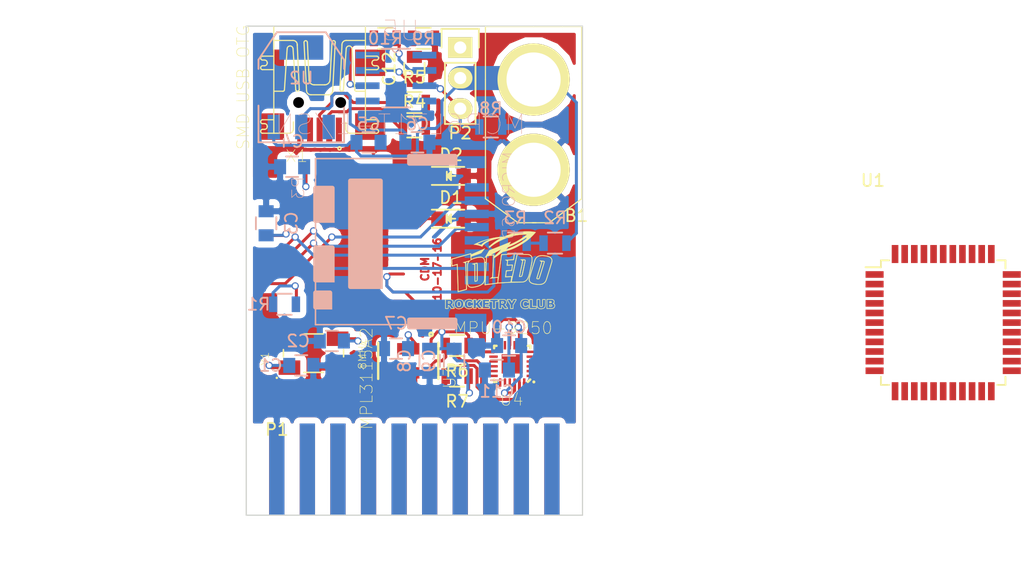
<source format=kicad_pcb>
(kicad_pcb (version 4) (host pcbnew 4.0.4+e1-6308~48~ubuntu16.04.1-stable)
  (layers (0 F.Cu signal) (31 B.Cu signal) (34 B.Paste user) (35 F.Paste user) (36 B.SilkS user) (37 F.SilkS user) (38 B.Mask user) (39 F.Mask user) (44 Edge.Cuts user))
  (net 0 "")
  (net 1 GND)
  (net 2 VCC)
  (net 3 "Net-(C1-Pad1)")
  (net 4 "Net-(C2-Pad1)")
  (net 5 "Net-(C3-Pad1)")
  (net 6 "Net-(C4-Pad1)")
  (net 7 VDD)
  (net 8 "Net-(C7-Pad1)")
  (net 9 "Net-(C11-Pad1)")
  (net 10 VCC_V_LED)
  (net 11 MCU_LED)
  (net 12 E1)
  (net 13 E2)
  (net 14 E3)
  (net 15 E4)
  (net 16 E5)
  (net 17 E6)
  (net 18 E7)
  (net 19 TX)
  (net 20 E9)
  (net 21 E10)
  (net 22 SCL)
  (net 23 SDA)
  (net 24 E8)
  (net 25 RX)
  (net 26 MOSI)
  (net 27 SCK)
  (net 28 RST)
  (net 29 MISO)
  (net 30 SERVO_PWM)
  (net 31 SERVO_S_V)
  (net 32 "Net-(P3-Pad8)")
  (net 33 SD_CS)
  (net 34 "Net-(P3-Pad1)")
  (net 35 VCC_V)
  (net 36 "Net-(R4-Pad1)")
  (net 37 USB_D-)
  (net 38 "Net-(R5-Pad1)")
  (net 39 USB_D+)
  (net 40 "Net-(R10-Pad2)")
  (net 41 SERVO_S_V_A)
  (net 42 "Net-(U1-Pad1)")
  (net 43 "Net-(U1-Pad12)")
  (net 44 "Net-(U1-Pad22)")
  (net 45 "Net-(U1-Pad25)")
  (net 46 "Net-(U1-Pad26)")
  (net 47 "Net-(U1-Pad27)")
  (net 48 "Net-(U1-Pad31)")
  (net 49 "Net-(U1-Pad32)")
  (net 50 "Net-(U3-Pad5)")
  (net 51 "Net-(U3-Pad6)")
  (net 52 "Net-(U4-Pad1)")
  (net 53 "Net-(U4-Pad7)")
  (net 54 "Net-(U4-Pad11)")
  (net 55 "Net-(U4-Pad12)")
  (net 56 "Net-(U4-Pad19)")
  (net 57 "Net-(U4-Pad20)")
  (net 58 "Net-(U4-Pad21)")
  (net 59 "Net-(U4-Pad25)")
  (net 60 "Net-(U5-Pad1)")
  (net 61 "Net-(U5-Pad5)")
  (net 62 "Net-(U5-Pad8)")
  (net 63 "Net-(X1-PadM1)")
  (net 64 "Net-(X1-Pad1)")
  (net 65 "Net-(X1-Pad4)")
  (module "UT ROCKETRY MOD:XT60" (layer F.Cu) (at 155.956 90.678 90)
    (fp_text reference B1 (at -3.81 3.556 180) (layer F.SilkS))
    (fp_text value CONN_01X02)
    (pad 2 thru_hole circle (at 0 0 90) (size 6 6) (drill 4.5) (layers *.Cu *.Mask F.SilkS) (net 1 GND))
    (pad 1 thru_hole circle (at 7.5 0 90) (size 6 6) (drill 4.5) (layers *.Cu *.Mask F.SilkS) (net 2 VCC))
  )
  (module Capacitors_SMD:C_0805 (layer B.Cu) (at 136.652 106.934)
    (fp_text reference C1 (at -2.54 0) (layer B.SilkS) (effects (justify mirror)))
    (fp_text value 33pF)
    (pad 1 smd rect (at -1 0) (size 1 1.25) (layers B.Cu B.Paste B.Mask) (net 3 "Net-(C1-Pad1)"))
    (pad 2 smd rect (at 1 0) (size 1 1.25) (layers B.Cu B.Paste B.Mask) (net 1 GND))
  )
  (module Capacitors_SMD:C_0805 (layer B.Cu) (at 139.192 104.902 180)
    (fp_text reference C2 (at 2.794 0 180) (layer B.SilkS) (effects (justify mirror)))
    (fp_text value 33pF)
    (pad 1 smd rect (at -1 0 180) (size 1 1.25) (layers B.Cu B.Paste B.Mask) (net 4 "Net-(C2-Pad1)"))
    (pad 2 smd rect (at 1 0 180) (size 1 1.25) (layers B.Cu B.Paste B.Mask) (net 1 GND))
  )
  (module Capacitors_SMD:C_0805 (layer B.Cu) (at 133.731 95.123 90)
    (fp_text reference C3 (at 0 2.1 90) (layer B.SilkS) (effects (justify mirror)))
    (fp_text value 1uF)
    (pad 1 smd rect (at -1 0 90) (size 1 1.25) (layers B.Cu B.Paste B.Mask) (net 5 "Net-(C3-Pad1)"))
    (pad 2 smd rect (at 1 0 90) (size 1 1.25) (layers B.Cu B.Paste B.Mask) (net 1 GND))
  )
  (module Capacitors_SMD:C_0805 (layer B.Cu) (at 135.89 90.424 180)
    (fp_text reference C4 (at 0 2.1 180) (layer B.SilkS) (effects (justify mirror)))
    (fp_text value .1uF)
    (pad 1 smd rect (at -1 0 180) (size 1 1.25) (layers B.Cu B.Paste B.Mask) (net 6 "Net-(C4-Pad1)"))
    (pad 2 smd rect (at 1 0 180) (size 1 1.25) (layers B.Cu B.Paste B.Mask) (net 1 GND))
  )
  (module Capacitors_SMD:C_0805 (layer B.Cu) (at 142.24 88.392)
    (fp_text reference C5 (at 0 -1.524) (layer B.SilkS) (effects (justify mirror)))
    (fp_text value 10uF)
    (pad 1 smd rect (at -1 0) (size 1 1.25) (layers B.Cu B.Paste B.Mask) (net 2 VCC))
    (pad 2 smd rect (at 1 0) (size 1 1.25) (layers B.Cu B.Paste B.Mask) (net 1 GND))
  )
  (module Capacitors_SMD:C_0805 (layer B.Cu) (at 146.304 88.392)
    (fp_text reference C6 (at 0 -1.524) (layer B.SilkS) (effects (justify mirror)))
    (fp_text value 22uF)
    (pad 1 smd rect (at -1 0) (size 1 1.25) (layers B.Cu B.Paste B.Mask) (net 7 VDD))
    (pad 2 smd rect (at 1 0) (size 1 1.25) (layers B.Cu B.Paste B.Mask) (net 1 GND))
  )
  (module Capacitors_SMD:C_0805 (layer B.Cu) (at 144.526 105.537 180)
    (fp_text reference C7 (at 0 2.1 180) (layer B.SilkS) (effects (justify mirror)))
    (fp_text value .1uF)
    (pad 1 smd rect (at -1 0 180) (size 1 1.25) (layers B.Cu B.Paste B.Mask) (net 8 "Net-(C7-Pad1)"))
    (pad 2 smd rect (at 1 0 180) (size 1 1.25) (layers B.Cu B.Paste B.Mask) (net 1 GND))
  )
  (module Capacitors_SMD:C_0805 (layer B.Cu) (at 147.32 106.553 270)
    (fp_text reference C8 (at 0 2.1 270) (layer B.SilkS) (effects (justify mirror)))
    (fp_text value .1uF)
    (pad 1 smd rect (at -1 0 270) (size 1 1.25) (layers B.Cu B.Paste B.Mask) (net 7 VDD))
    (pad 2 smd rect (at 1 0 270) (size 1 1.25) (layers B.Cu B.Paste B.Mask) (net 1 GND))
  )
  (module Capacitors_SMD:C_0805 (layer B.Cu) (at 149.352 106.553 270)
    (fp_text reference C9 (at 0 2.1 270) (layer B.SilkS) (effects (justify mirror)))
    (fp_text value 10uF)
    (pad 1 smd rect (at -1 0 270) (size 1 1.25) (layers B.Cu B.Paste B.Mask) (net 7 VDD))
    (pad 2 smd rect (at 1 0 270) (size 1 1.25) (layers B.Cu B.Paste B.Mask) (net 1 GND))
  )
  (module Capacitors_SMD:C_0805 (layer B.Cu) (at 153.924 105.283 180)
    (fp_text reference C10 (at 0 1.524 180) (layer B.SilkS) (effects (justify mirror)))
    (fp_text value .1uF)
    (pad 1 smd rect (at -1 0 180) (size 1 1.25) (layers B.Cu B.Paste B.Mask) (net 7 VDD))
    (pad 2 smd rect (at 1 0 180) (size 1 1.25) (layers B.Cu B.Paste B.Mask) (net 1 GND))
  )
  (module Capacitors_SMD:C_0805 (layer B.Cu) (at 152.908 107.315 180)
    (fp_text reference C11 (at 0 -1.778 180) (layer B.SilkS) (effects (justify mirror)))
    (fp_text value .1uF)
    (pad 1 smd rect (at -1 0 180) (size 1 1.25) (layers B.Cu B.Paste B.Mask) (net 9 "Net-(C11-Pad1)"))
    (pad 2 smd rect (at 1 0 180) (size 1 1.25) (layers B.Cu B.Paste B.Mask) (net 1 GND))
  )
  (module Capacitors_SMD:C_0805 (layer F.Cu) (at 146.05 82.296 90)
    (fp_text reference C12 (at 0 -2.1 90) (layer F.SilkS))
    (fp_text value .1uF)
    (pad 1 smd rect (at -1 0 90) (size 1 1.25) (layers F.Cu F.Paste F.Mask) (net 7 VDD))
    (pad 2 smd rect (at 1 0 90) (size 1 1.25) (layers F.Cu F.Paste F.Mask) (net 1 GND))
  )
  (module LEDs:LED_0805 (layer F.Cu) (at 149.098 94.742)
    (fp_text reference D1 (at 0 -1.75) (layer F.SilkS))
    (fp_text value LED_BLUE)
    (pad 2 smd rect (at 1.04902 0 180) (size 1.19888 1.19888) (layers F.Cu F.Paste F.Mask) (net 1 GND))
    (pad 1 smd rect (at -1.04902 0 180) (size 1.19888 1.19888) (layers F.Cu F.Paste F.Mask) (net 10 VCC_V_LED))
  )
  (module LEDs:LED_0805 (layer F.Cu) (at 149.098 91.186)
    (fp_text reference D2 (at 0 -1.75) (layer F.SilkS))
    (fp_text value LED_BLUE)
    (pad 2 smd rect (at 1.04902 0 180) (size 1.19888 1.19888) (layers F.Cu F.Paste F.Mask) (net 1 GND))
    (pad 1 smd rect (at -1.04902 0 180) (size 1.19888 1.19888) (layers F.Cu F.Paste F.Mask) (net 11 MCU_LED))
  )
  (module Pin_Headers:Pin_Header_Straight_1x03 (layer F.Cu) (at 149.86 80.518)
    (fp_text reference P2 (at 0 7.112) (layer F.SilkS))
    (fp_text value SERVO)
    (pad 1 thru_hole rect (at 0 0) (size 2.032 1.7272) (drill 1.016) (layers *.Cu *.Mask F.SilkS) (net 30 SERVO_PWM))
    (pad 2 thru_hole oval (at 0 2.54) (size 2.032 1.7272) (drill 1.016) (layers *.Cu *.Mask F.SilkS) (net 2 VCC))
    (pad 3 thru_hole oval (at 0 5.08) (size 2.032 1.7272) (drill 1.016) (layers *.Cu *.Mask F.SilkS) (net 31 SERVO_S_V))
  )
  (module "UT ROCKETRY MOD:HRS_DM3CS-SF" (layer B.Cu) (at 145.034 96.647 270)
    (fp_text reference P3 (at -4.46 8.635 270) (layer B.SilkS) (effects (font (thickness 0.05)) (justify mirror)))
    (fp_text value "MICRO SD" (at -3.825 -8.865 270) (layer B.SilkS) (effects (font (thickness 0.05)) (justify mirror)))
    (pad 8 smd rect (at -4.5 -6.2 270) (size 0.7 2) (layers B.Cu B.Paste B.Mask) (net 32 "Net-(P3-Pad8)"))
    (pad 7 smd rect (at -3.4 -6.2 270) (size 0.7 2) (layers B.Cu B.Paste B.Mask) (net 29 MISO))
    (pad 6 smd rect (at -2.3 -6.2 270) (size 0.7 2) (layers B.Cu B.Paste B.Mask) (net 1 GND))
    (pad 5 smd rect (at -1.2 -6.2 270) (size 0.7 2) (layers B.Cu B.Paste B.Mask) (net 27 SCK))
    (pad 4 smd rect (at -0.1 -6.2 270) (size 0.7 2) (layers B.Cu B.Paste B.Mask) (net 7 VDD))
    (pad 3 smd rect (at 1 -6.2 270) (size 0.7 2) (layers B.Cu B.Paste B.Mask) (net 26 MOSI))
    (pad 2 smd rect (at 2.1 -6.2 270) (size 0.7 2) (layers B.Cu B.Paste B.Mask) (net 33 SD_CS))
    (pad 1 smd rect (at 3.2 -6.2 270) (size 0.7 2) (layers B.Cu B.Paste B.Mask) (net 34 "Net-(P3-Pad1)"))
    (pad PAD. smd rect (at -6.6 -5.7 270) (size 1 2.6) (layers B.Cu B.Paste B.Mask))
    (pad PAD smd rect (at 6.75 -5.7 270) (size 1.5 2.6) (layers B.Cu B.Paste B.Mask))
  )
  (module Resistors_SMD:R_0805 (layer B.Cu) (at 135.255 101.854)
    (fp_text reference R1 (at -2.159 0) (layer B.SilkS) (effects (justify mirror)))
    (fp_text value 10K)
    (pad 1 smd rect (at -0.95 0) (size 0.7 1.3) (layers B.Cu B.Paste B.Mask) (net 28 RST))
    (pad 2 smd rect (at 0.95 0) (size 0.7 1.3) (layers B.Cu B.Paste B.Mask) (net 7 VDD))
  )
  (module Resistors_SMD:R_0805 (layer B.Cu) (at 157.734 96.774 180)
    (fp_text reference R2 (at 0 2.1 180) (layer B.SilkS) (effects (justify mirror)))
    (fp_text value 3K)
    (pad 1 smd rect (at -0.95 0 180) (size 0.7 1.3) (layers B.Cu B.Paste B.Mask) (net 2 VCC))
    (pad 2 smd rect (at 0.95 0 180) (size 0.7 1.3) (layers B.Cu B.Paste B.Mask) (net 35 VCC_V))
  )
  (module Resistors_SMD:R_0805 (layer B.Cu) (at 154.432 96.774 180)
    (fp_text reference R3 (at 0 2.1 180) (layer B.SilkS) (effects (justify mirror)))
    (fp_text value 1K)
    (pad 1 smd rect (at -0.95 0 180) (size 0.7 1.3) (layers B.Cu B.Paste B.Mask) (net 35 VCC_V))
    (pad 2 smd rect (at 0.95 0 180) (size 0.7 1.3) (layers B.Cu B.Paste B.Mask) (net 1 GND))
  )
  (module Resistors_SMD:R_0805 (layer F.Cu) (at 146.05 87.122)
    (fp_text reference R4 (at 0 -2.1) (layer F.SilkS))
    (fp_text value 22)
    (pad 1 smd rect (at -0.95 0) (size 0.7 1.3) (layers F.Cu F.Paste F.Mask) (net 36 "Net-(R4-Pad1)"))
    (pad 2 smd rect (at 0.95 0) (size 0.7 1.3) (layers F.Cu F.Paste F.Mask) (net 37 USB_D-))
  )
  (module Resistors_SMD:R_0805 (layer F.Cu) (at 146.05 85.09)
    (fp_text reference R5 (at 0 -2.1) (layer F.SilkS))
    (fp_text value 22)
    (pad 1 smd rect (at -0.95 0) (size 0.7 1.3) (layers F.Cu F.Paste F.Mask) (net 38 "Net-(R5-Pad1)"))
    (pad 2 smd rect (at 0.95 0) (size 0.7 1.3) (layers F.Cu F.Paste F.Mask) (net 39 USB_D+))
  )
  (module Resistors_SMD:R_0805 (layer F.Cu) (at 149.606 105.283 180)
    (fp_text reference R6 (at 0 -2.1 180) (layer F.SilkS))
    (fp_text value 10K)
    (pad 1 smd rect (at -0.95 0 180) (size 0.7 1.3) (layers F.Cu F.Paste F.Mask) (net 7 VDD))
    (pad 2 smd rect (at 0.95 0 180) (size 0.7 1.3) (layers F.Cu F.Paste F.Mask) (net 22 SCL))
  )
  (module Resistors_SMD:R_0805 (layer F.Cu) (at 149.606 107.823 180)
    (fp_text reference R7 (at 0 -2.1 180) (layer F.SilkS))
    (fp_text value 10K)
    (pad 1 smd rect (at -0.95 0 180) (size 0.7 1.3) (layers F.Cu F.Paste F.Mask) (net 7 VDD))
    (pad 2 smd rect (at 0.95 0 180) (size 0.7 1.3) (layers F.Cu F.Paste F.Mask) (net 23 SDA))
  )
  (module Resistors_SMD:R_0805 (layer B.Cu) (at 152.4 87.122)
    (fp_text reference R8 (at 0 -1.524) (layer B.SilkS) (effects (justify mirror)))
    (fp_text value .01)
    (pad 1 smd rect (at -0.95 0) (size 0.7 1.3) (layers B.Cu B.Paste B.Mask) (net 31 SERVO_S_V))
    (pad 2 smd rect (at 0.95 0) (size 0.7 1.3) (layers B.Cu B.Paste B.Mask) (net 1 GND))
  )
  (module Resistors_SMD:R_0805 (layer F.Cu) (at 146.812 79.756)
    (fp_text reference R9 (at 0 0) (layer B.SilkS) (effects (justify mirror)))
    (fp_text value 200)
    (pad 1 smd rect (at -0.95 0) (size 0.7 1.3) (layers F.Cu F.Paste F.Mask) (net 40 "Net-(R10-Pad2)"))
    (pad 2 smd rect (at 0.95 0) (size 0.7 1.3) (layers F.Cu F.Paste F.Mask) (net 1 GND))
  )
  (module Resistors_SMD:R_0805 (layer F.Cu) (at 143.637 79.756)
    (fp_text reference R10 (at 0 0) (layer B.SilkS) (effects (justify mirror)))
    (fp_text value 13K)
    (pad 1 smd rect (at -0.95 0) (size 0.7 1.3) (layers F.Cu F.Paste F.Mask) (net 41 SERVO_S_V_A))
    (pad 2 smd rect (at 0.95 0) (size 0.7 1.3) (layers F.Cu F.Paste F.Mask) (net 40 "Net-(R10-Pad2)"))
  )
  (module Housings_QFP:TQFP-44_10x10mm_Pitch0.8mm (layer F.Cu) (at 189.992 103.378)
    (fp_text reference U1 (at -5.842 -11.811) (layer F.SilkS))
    (fp_text value ATmega32U4)
    (pad 1 smd rect (at -5.7 -4) (size 1.5 0.55) (layers F.Cu F.Paste F.Mask) (net 42 "Net-(U1-Pad1)"))
    (pad 2 smd rect (at -5.7 -3.2) (size 1.5 0.55) (layers F.Cu F.Paste F.Mask) (net 7 VDD))
    (pad 3 smd rect (at -5.7 -2.4) (size 1.5 0.55) (layers F.Cu F.Paste F.Mask) (net 37 USB_D-))
    (pad 4 smd rect (at -5.7 -1.6) (size 1.5 0.55) (layers F.Cu F.Paste F.Mask) (net 39 USB_D+))
    (pad 5 smd rect (at -5.7 -0.8) (size 1.5 0.55) (layers F.Cu F.Paste F.Mask) (net 1 GND))
    (pad 6 smd rect (at -5.7 0) (size 1.5 0.55) (layers F.Cu F.Paste F.Mask) (net 5 "Net-(C3-Pad1)"))
    (pad 7 smd rect (at -5.7 0.8) (size 1.5 0.55) (layers F.Cu F.Paste F.Mask) (net 7 VDD))
    (pad 8 smd rect (at -5.7 1.6) (size 1.5 0.55) (layers F.Cu F.Paste F.Mask) (net 33 SD_CS))
    (pad 9 smd rect (at -5.7 2.4) (size 1.5 0.55) (layers F.Cu F.Paste F.Mask) (net 27 SCK))
    (pad 10 smd rect (at -5.7 3.2) (size 1.5 0.55) (layers F.Cu F.Paste F.Mask) (net 26 MOSI))
    (pad 11 smd rect (at -5.7 4) (size 1.5 0.55) (layers F.Cu F.Paste F.Mask) (net 29 MISO))
    (pad 12 smd rect (at -4 5.7 90) (size 1.5 0.55) (layers F.Cu F.Paste F.Mask) (net 43 "Net-(U1-Pad12)"))
    (pad 13 smd rect (at -3.2 5.7 90) (size 1.5 0.55) (layers F.Cu F.Paste F.Mask) (net 28 RST))
    (pad 14 smd rect (at -2.4 5.7 90) (size 1.5 0.55) (layers F.Cu F.Paste F.Mask) (net 7 VDD))
    (pad 15 smd rect (at -1.6 5.7 90) (size 1.5 0.55) (layers F.Cu F.Paste F.Mask) (net 1 GND))
    (pad 16 smd rect (at -0.8 5.7 90) (size 1.5 0.55) (layers F.Cu F.Paste F.Mask) (net 4 "Net-(C2-Pad1)"))
    (pad 17 smd rect (at 0 5.7 90) (size 1.5 0.55) (layers F.Cu F.Paste F.Mask) (net 3 "Net-(C1-Pad1)"))
    (pad 18 smd rect (at 0.8 5.7 90) (size 1.5 0.55) (layers F.Cu F.Paste F.Mask) (net 22 SCL))
    (pad 19 smd rect (at 1.6 5.7 90) (size 1.5 0.55) (layers F.Cu F.Paste F.Mask) (net 23 SDA))
    (pad 20 smd rect (at 2.4 5.7 90) (size 1.5 0.55) (layers F.Cu F.Paste F.Mask) (net 25 RX))
    (pad 21 smd rect (at 3.2 5.7 90) (size 1.5 0.55) (layers F.Cu F.Paste F.Mask) (net 19 TX))
    (pad 22 smd rect (at 4 5.7 90) (size 1.5 0.55) (layers F.Cu F.Paste F.Mask) (net 44 "Net-(U1-Pad22)"))
    (pad 23 smd rect (at 5.7 4) (size 1.5 0.55) (layers F.Cu F.Paste F.Mask) (net 1 GND))
    (pad 24 smd rect (at 5.7 3.2) (size 1.5 0.55) (layers F.Cu F.Paste F.Mask) (net 7 VDD))
    (pad 25 smd rect (at 5.7 2.4) (size 1.5 0.55) (layers F.Cu F.Paste F.Mask) (net 45 "Net-(U1-Pad25)"))
    (pad 26 smd rect (at 5.7 1.6) (size 1.5 0.55) (layers F.Cu F.Paste F.Mask) (net 46 "Net-(U1-Pad26)"))
    (pad 27 smd rect (at 5.7 0.8) (size 1.5 0.55) (layers F.Cu F.Paste F.Mask) (net 47 "Net-(U1-Pad27)"))
    (pad 28 smd rect (at 5.7 0) (size 1.5 0.55) (layers F.Cu F.Paste F.Mask) (net 30 SERVO_PWM))
    (pad 29 smd rect (at 5.7 -0.8) (size 1.5 0.55) (layers F.Cu F.Paste F.Mask) (net 10 VCC_V_LED))
    (pad 30 smd rect (at 5.7 -1.6) (size 1.5 0.55) (layers F.Cu F.Paste F.Mask) (net 11 MCU_LED))
    (pad 31 smd rect (at 5.7 -2.4) (size 1.5 0.55) (layers F.Cu F.Paste F.Mask) (net 48 "Net-(U1-Pad31)"))
    (pad 32 smd rect (at 5.7 -3.2) (size 1.5 0.55) (layers F.Cu F.Paste F.Mask) (net 49 "Net-(U1-Pad32)"))
    (pad 33 smd rect (at 5.7 -4) (size 1.5 0.55) (layers F.Cu F.Paste F.Mask) (net 1 GND))
    (pad 34 smd rect (at 4 -5.7 90) (size 1.5 0.55) (layers F.Cu F.Paste F.Mask) (net 7 VDD))
    (pad 35 smd rect (at 3.2 -5.7 90) (size 1.5 0.55) (layers F.Cu F.Paste F.Mask) (net 1 GND))
    (pad 36 smd rect (at 2.4 -5.7 90) (size 1.5 0.55) (layers F.Cu F.Paste F.Mask) (net 41 SERVO_S_V_A))
    (pad 37 smd rect (at 1.6 -5.7 90) (size 1.5 0.55) (layers F.Cu F.Paste F.Mask) (net 35 VCC_V))
    (pad 38 smd rect (at 0.8 -5.7 90) (size 1.5 0.55) (layers F.Cu F.Paste F.Mask) (net 15 E4))
    (pad 39 smd rect (at 0 -5.7 90) (size 1.5 0.55) (layers F.Cu F.Paste F.Mask) (net 14 E3))
    (pad 40 smd rect (at -0.8 -5.7 90) (size 1.5 0.55) (layers F.Cu F.Paste F.Mask) (net 13 E2))
    (pad 41 smd rect (at -1.6 -5.7 90) (size 1.5 0.55) (layers F.Cu F.Paste F.Mask) (net 12 E1))
    (pad 42 smd rect (at -2.4 -5.7 90) (size 1.5 0.55) (layers F.Cu F.Paste F.Mask) (net 6 "Net-(C4-Pad1)"))
    (pad 43 smd rect (at -3.2 -5.7 90) (size 1.5 0.55) (layers F.Cu F.Paste F.Mask) (net 1 GND))
    (pad 44 smd rect (at -4 -5.7 90) (size 1.5 0.55) (layers F.Cu F.Paste F.Mask) (net 7 VDD))
  )
  (module TO_SOT_Packages_SMD:SOT-223 (layer B.Cu) (at 136.652 83.82 180)
    (fp_text reference U2 (at 0 0.762 180) (layer B.SilkS) (effects (justify mirror)))
    (fp_text value AZ1117)
    (pad 4 smd rect (at 0 3.302 180) (size 3.6576 2.032) (layers B.Cu B.Paste B.Mask))
    (pad 2 smd rect (at 0 -3.302 180) (size 1.016 2.032) (layers B.Cu B.Paste B.Mask) (net 7 VDD))
    (pad 3 smd rect (at 2.286 -3.302 180) (size 1.016 2.032) (layers B.Cu B.Paste B.Mask) (net 2 VCC))
    (pad 1 smd rect (at -2.286 -3.302 180) (size 1.016 2.032) (layers B.Cu B.Paste B.Mask) (net 1 GND))
  )
  (module "UT ROCKETRY MOD:PSON125P300X500X120-8N" (layer F.Cu) (at 145.542 106.553 270)
    (fp_text reference U3 (at 1.34 -3.435 270) (layer F.SilkS) (effects (font (thickness 0.05))))
    (fp_text value MPL3115A2 (at 1.475 3.465 270) (layer F.SilkS) (effects (font (thickness 0.05))))
    (pad 1 smd rect (at -1 -1.875 270) (size 0.95 0.6) (layers F.Cu F.Paste F.Mask) (net 7 VDD))
    (pad 2 smd rect (at -1 -0.625 270) (size 0.95 0.6) (layers F.Cu F.Paste F.Mask) (net 8 "Net-(C7-Pad1)"))
    (pad 3 smd rect (at -1 0.625 270) (size 0.95 0.6) (layers F.Cu F.Paste F.Mask) (net 1 GND))
    (pad 4 smd rect (at -1 1.875 270) (size 0.95 0.6) (layers F.Cu F.Paste F.Mask) (net 7 VDD))
    (pad 5 smd rect (at 1 1.875 270) (size 0.95 0.6) (layers F.Cu F.Paste F.Mask) (net 50 "Net-(U3-Pad5)"))
    (pad 6 smd rect (at 1 0.625 270) (size 0.95 0.6) (layers F.Cu F.Paste F.Mask) (net 51 "Net-(U3-Pad6)"))
    (pad 7 smd rect (at 1 -0.625 270) (size 0.95 0.6) (layers F.Cu F.Paste F.Mask) (net 23 SDA))
    (pad 8 smd rect (at 1 -1.875 270) (size 0.95 0.6) (layers F.Cu F.Paste F.Mask) (net 22 SCL))
  )
  (module "UT ROCKETRY MOD:QFN40P300X300X105-25N" (layer F.Cu) (at 154.178 106.807 180)
    (fp_text reference U4 (at 0.04 -2.975 180) (layer F.SilkS) (effects (font (thickness 0.05))))
    (fp_text value MPU-9250 (at 0.745 2.975 180) (layer F.SilkS) (effects (font (thickness 0.05))))
    (pad 1 smd rect (at -1.55 -1 180) (size 0.7 0.2) (layers F.Cu F.Paste F.Mask) (net 52 "Net-(U4-Pad1)"))
    (pad 2 smd rect (at -1.55 -0.6 180) (size 0.7 0.2) (layers F.Cu F.Paste F.Mask))
    (pad 3 smd rect (at -1.55 -0.2 180) (size 0.7 0.2) (layers F.Cu F.Paste F.Mask))
    (pad 4 smd rect (at -1.55 0.2 180) (size 0.7 0.2) (layers F.Cu F.Paste F.Mask))
    (pad 5 smd rect (at -1.55 0.6 180) (size 0.7 0.2) (layers F.Cu F.Paste F.Mask))
    (pad 6 smd rect (at -1.55 1 180) (size 0.7 0.2) (layers F.Cu F.Paste F.Mask))
    (pad 7 smd rect (at -1 1.55 270) (size 0.7 0.2) (layers F.Cu F.Paste F.Mask) (net 53 "Net-(U4-Pad7)"))
    (pad 8 smd rect (at -0.6 1.55 270) (size 0.7 0.2) (layers F.Cu F.Paste F.Mask) (net 7 VDD))
    (pad 9 smd rect (at -0.2 1.55 270) (size 0.7 0.2) (layers F.Cu F.Paste F.Mask) (net 1 GND))
    (pad 10 smd rect (at 0.2 1.55 270) (size 0.7 0.2) (layers F.Cu F.Paste F.Mask) (net 9 "Net-(C11-Pad1)"))
    (pad 11 smd rect (at 0.6 1.55 270) (size 0.7 0.2) (layers F.Cu F.Paste F.Mask) (net 54 "Net-(U4-Pad11)"))
    (pad 12 smd rect (at 1 1.55 270) (size 0.7 0.2) (layers F.Cu F.Paste F.Mask) (net 55 "Net-(U4-Pad12)"))
    (pad 13 smd rect (at 1.55 1) (size 0.7 0.2) (layers F.Cu F.Paste F.Mask) (net 7 VDD))
    (pad 14 smd rect (at 1.55 0.6) (size 0.7 0.2) (layers F.Cu F.Paste F.Mask))
    (pad 15 smd rect (at 1.55 0.2) (size 0.7 0.2) (layers F.Cu F.Paste F.Mask))
    (pad 16 smd rect (at 1.55 -0.2) (size 0.7 0.2) (layers F.Cu F.Paste F.Mask))
    (pad 17 smd rect (at 1.55 -0.6) (size 0.7 0.2) (layers F.Cu F.Paste F.Mask))
    (pad 18 smd rect (at 1.55 -1) (size 0.7 0.2) (layers F.Cu F.Paste F.Mask) (net 1 GND))
    (pad 19 smd rect (at 1 -1.55 90) (size 0.7 0.2) (layers F.Cu F.Paste F.Mask) (net 56 "Net-(U4-Pad19)"))
    (pad 20 smd rect (at 0.6 -1.55 90) (size 0.7 0.2) (layers F.Cu F.Paste F.Mask) (net 57 "Net-(U4-Pad20)"))
    (pad 21 smd rect (at 0.2 -1.55 90) (size 0.7 0.2) (layers F.Cu F.Paste F.Mask) (net 58 "Net-(U4-Pad21)"))
    (pad 22 smd rect (at -0.2 -1.55 90) (size 0.7 0.2) (layers F.Cu F.Paste F.Mask) (net 7 VDD))
    (pad 23 smd rect (at -0.6 -1.55 90) (size 0.7 0.2) (layers F.Cu F.Paste F.Mask) (net 22 SCL))
    (pad 24 smd rect (at -1 -1.55 90) (size 0.7 0.2) (layers F.Cu F.Paste F.Mask) (net 23 SDA))
    (pad 25 smd rect (at 0 0 180) (size 1.75 1.6) (layers F.Cu F.Paste F.Mask) (net 59 "Net-(U4-Pad25)"))
  )
  (module "UT ROCKETRY MOD:SOIC127P600X175-8N" (layer B.Cu) (at 144.526 83.058 180)
    (fp_text reference U5 (at -0.3556 3.937 180) (layer B.SilkS) (effects (font (size 1.64 1.64) (thickness 0.05)) (justify mirror)))
    (fp_text value MCP6L71T-E/SN (at -0.3556 -3.8608 180) (layer B.SilkS) (effects (font (size 1.64 1.64) (thickness 0.05)) (justify mirror)))
    (pad 1 smd rect (at -2.3622 1.905 180) (size 1.9812 0.5588) (layers B.Cu B.Paste B.Mask) (net 60 "Net-(U5-Pad1)"))
    (pad 2 smd rect (at -2.3622 0.635 180) (size 1.9812 0.5588) (layers B.Cu B.Paste B.Mask) (net 40 "Net-(R10-Pad2)"))
    (pad 3 smd rect (at -2.3622 -0.635 180) (size 1.9812 0.5588) (layers B.Cu B.Paste B.Mask) (net 31 SERVO_S_V))
    (pad 4 smd rect (at -2.3622 -1.905 180) (size 1.9812 0.5588) (layers B.Cu B.Paste B.Mask) (net 1 GND))
    (pad 5 smd rect (at 2.3622 -1.905 180) (size 1.9812 0.5588) (layers B.Cu B.Paste B.Mask) (net 61 "Net-(U5-Pad5)"))
    (pad 6 smd rect (at 2.3622 -0.635 180) (size 1.9812 0.5588) (layers B.Cu B.Paste B.Mask) (net 41 SERVO_S_V_A))
    (pad 7 smd rect (at 2.3622 0.635 180) (size 1.9812 0.5588) (layers B.Cu B.Paste B.Mask) (net 7 VDD))
    (pad 8 smd rect (at 2.3622 1.905 180) (size 1.9812 0.5588) (layers B.Cu B.Paste B.Mask) (net 62 "Net-(U5-Pad8)"))
  )
  (module "UT ROCKETRY MOD:UX60-MB-5ST" (layer F.Cu) (at 138.176 87.63 180)
    (fp_text reference X1 (at 1.905 -1.905 180) (layer F.SilkS) (effects (font (thickness 0.05))))
    (fp_text value "SMD USB OTG" (at 6.35 3.81 270) (layer F.SilkS) (effects (font (thickness 0.05))))
    (pad M3 smd rect (at -4.2 0.54 270) (size 2.2 2.5) (layers F.Cu F.Paste F.Mask) (net 63 "Net-(X1-PadM1)"))
    (pad M4 smd rect (at 4.2 0.54 270) (size 2.2 2.5) (layers F.Cu F.Paste F.Mask) (net 63 "Net-(X1-PadM1)"))
    (pad M2 smd rect (at -4.2 5.84 270) (size 2.2 2.5) (layers F.Cu F.Paste F.Mask) (net 63 "Net-(X1-PadM1)"))
    (pad M1 smd rect (at 4.2 5.84 270) (size 2.2 2.5) (layers F.Cu F.Paste F.Mask) (net 63 "Net-(X1-PadM1)"))
    (pad 1 smd rect (at -1.6 0.29 270) (size 2 0.5) (layers F.Cu F.Paste F.Mask) (net 64 "Net-(X1-Pad1)"))
    (pad 2 smd rect (at -0.8 0.29 270) (size 2 0.5) (layers F.Cu F.Paste F.Mask) (net 36 "Net-(R4-Pad1)"))
    (pad 3 smd rect (at 0 0.29 270) (size 2 0.5) (layers F.Cu F.Paste F.Mask) (net 38 "Net-(R5-Pad1)"))
    (pad 4 smd rect (at 0.8 0.29 270) (size 2 0.5) (layers F.Cu F.Paste F.Mask) (net 65 "Net-(X1-Pad4)"))
    (pad 5 smd rect (at 1.6 0.29 270) (size 2 0.5) (layers F.Cu F.Paste F.Mask) (net 1 GND))
    (pad Hole np_thru_hole circle (at -1.75 2.54 180) (size 0.9 0.9) (drill 0.9) (layers))
    (pad Hole np_thru_hole circle (at 1.75 2.54 180) (size 0.9 0.9) (drill 0.9) (layers))
  )
  (module "UT ROCKETRY MOD:OSCSC500X320X110-4N" (layer F.Cu) (at 137.668 105.918 90)
    (fp_text reference Y1 (at -0.4544 -4.0264 90) (layer F.SilkS) (effects (font (size 0.64 0.64) (thickness 0.05))))
    (fp_text value 8MHZ (at -0.048 4.0636 90) (layer F.SilkS) (effects (font (size 0.64 0.64) (thickness 0.05))))
    (pad 4 smd rect (at 1.2 -2) (size 1.8 1.2) (layers F.Cu F.Paste F.Mask) (net 1 GND))
    (pad 3 smd rect (at 1.2 2) (size 1.8 1.2) (layers F.Cu F.Paste F.Mask) (net 4 "Net-(C2-Pad1)"))
    (pad 2 smd rect (at -1.2 2) (size 1.8 1.2) (layers F.Cu F.Paste F.Mask) (net 1 GND))
    (pad 1 smd rect (at -1.2 -2) (size 1.8 1.2) (layers F.Cu F.Paste F.Mask) (net 3 "Net-(C1-Pad1)"))
  )
  (module "UT ROCKETRY MOD:UT LOGO" (layer F.Cu) (at 153.162 99.568)
    (fp_text reference G*** hide)
    (fp_text value LOGO hide)
  )
  (module "UT ROCKETRY MOD:Card Edge 2x10 B" (layer F.Cu) (at 134.62 111.76)
    (fp_text reference P1 (at 0 0.5) (layer F.SilkS))
    (fp_text value CONN_02X10)
    (pad 2 connect rect (at 0 3.81) (size 1.27 7.62) (layers B.Cu B.Mask) (net 1 GND))
    (pad 4 connect rect (at 2.54 3.81) (size 1.27 7.62) (layers B.Cu B.Mask) (net 28 RST))
    (pad 6 connect rect (at 5.08 3.81) (size 1.27 7.62) (layers B.Cu B.Mask) (net 26 MOSI))
    (pad 8 connect rect (at 7.62 3.81) (size 1.27 7.62) (layers B.Cu B.Mask) (net 19 TX))
    (pad 10 connect rect (at 10.16 3.81) (size 1.27 7.62) (layers B.Cu B.Mask) (net 22 SCL))
    (pad 12 connect rect (at 12.7 3.81) (size 1.27 7.62) (layers B.Cu B.Mask) (net 13 E2))
    (pad 14 connect rect (at 15.24 3.81) (size 1.27 7.62) (layers B.Cu B.Mask) (net 15 E4))
    (pad 16 connect rect (at 17.78 3.81) (size 1.27 7.62) (layers B.Cu B.Mask) (net 17 E6))
    (pad 18 connect rect (at 20.32 3.81) (size 1.27 7.62) (layers B.Cu B.Mask) (net 24 E8))
    (pad 20 connect rect (at 22.86 3.81) (size 1.27 7.62) (layers *.Mask B.Cu) (net 21 E10))
    (pad 19 connect rect (at 22.86 3.81) (size 1.27 7.62) (layers F.Cu F.Mask) (net 20 E9))
    (pad 17 connect rect (at 20.32 3.81) (size 1.27 7.62) (layers F.Cu F.Mask) (net 18 E7))
    (pad 15 connect rect (at 17.78 3.81) (size 1.27 7.62) (layers F.Cu F.Mask) (net 16 E5))
    (pad 13 connect rect (at 15.24 3.81) (size 1.27 7.62) (layers F.Cu F.Mask) (net 14 E3))
    (pad 11 connect rect (at 12.7 3.81) (size 1.27 7.62) (layers F.Cu F.Mask) (net 12 E1))
    (pad 9 connect rect (at 10.16 3.81) (size 1.27 7.62) (layers F.Cu F.Mask) (net 23 SDA))
    (pad 7 connect rect (at 7.62 3.81) (size 1.27 7.62) (layers F.Cu F.Mask) (net 25 RX))
    (pad 5 connect rect (at 5.08 3.81) (size 1.27 7.62) (layers F.Cu F.Mask) (net 27 SCK))
    (pad 3 connect rect (at 2.54 3.81) (size 1.27 7.62) (layers F.Cu F.Mask) (net 29 MISO))
    (pad 1 connect rect (at 0 3.81) (size 1.27 7.62) (layers F.Cu F.Mask) (net 7 VDD))
  )
  (gr_text "CDM\n10-17-16" (at 147.447 98.933 90) (layer F.Cu) (effects (font (size 0.635 0.635) (thickness 0.15875))))
  (gr_line (start 132.08 119.38) (end 160.02 119.38) (angle 90) (layer Edge.Cuts) (width 0.1))
  (gr_line (start 160.02 78.74) (end 160.02 119.38) (angle 90) (layer Edge.Cuts) (width 0.1))
  (gr_line (start 132.08 78.74) (end 132.08 119.38) (angle 90) (layer Edge.Cuts) (width 0.1))
  (gr_line (start 132.08 78.74) (end 160.02 78.74) (angle 90) (layer Edge.Cuts) (width 0.1))
  (segment (start 149.86 83.058) (end 149.86 83.439) (width 0.25) (layer B.Cu) (net 2))
  (segment (start 149.86 83.439) (end 148.336 84.963) (width 0.25) (layer B.Cu) (net 2))
  (segment (start 141.24 89.17) (end 141.24 88.392) (width 0.25) (layer B.Cu) (net 2))
  (segment (start 141.605 89.535) (end 141.24 89.17) (width 0.25) (layer B.Cu) (net 2))
  (segment (start 145.923 89.535) (end 141.605 89.535) (width 0.25) (layer B.Cu) (net 2))
  (segment (start 146.304 89.154) (end 145.923 89.535) (width 0.25) (layer B.Cu) (net 2))
  (segment (start 146.304 87.63) (end 146.304 89.154) (width 0.25) (layer B.Cu) (net 2))
  (segment (start 146.685 87.249) (end 146.304 87.63) (width 0.25) (layer B.Cu) (net 2))
  (segment (start 147.828 87.249) (end 146.685 87.249) (width 0.25) (layer B.Cu) (net 2))
  (segment (start 148.336 86.741) (end 147.828 87.249) (width 0.25) (layer B.Cu) (net 2))
  (segment (start 148.336 84.963) (end 148.336 86.741) (width 0.25) (layer B.Cu) (net 2))
  (segment (start 155.956 83.178) (end 157.6 83.178) (width 0.25) (layer B.Cu) (net 2))
  (segment (start 157.6 83.178) (end 159.512 85.09) (width 0.25) (layer B.Cu) (net 2))
  (segment (start 159.512 95.946) (end 158.684 96.774) (width 0.25) (layer B.Cu) (net 2))
  (segment (start 159.512 85.09) (end 159.512 95.946) (width 0.25) (layer B.Cu) (net 2))
  (segment (start 149.86 83.058) (end 155.836 83.058) (width 2) (layer B.Cu) (net 2))
  (segment (start 155.836 83.058) (end 155.956 83.178) (width 2) (layer B.Cu) (net 2))
  (segment (start 141.24 88.392) (end 140.716 88.392) (width 0.25) (layer B.Cu) (net 2))
  (segment (start 134.366 88.392) (end 134.366 87.122) (width 0.25) (layer B.Cu) (net 2))
  (segment (start 134.62 88.646) (end 134.366 88.392) (width 0.25) (layer B.Cu) (net 2))
  (segment (start 140.462 88.646) (end 134.62 88.646) (width 0.25) (layer B.Cu) (net 2))
  (segment (start 140.716 88.392) (end 140.462 88.646) (width 0.25) (layer B.Cu) (net 2))
  (segment (start 135.668 107.118) (end 134.169 107.118) (width 0.25) (layer F.Cu) (net 3))
  (segment (start 133.985 106.934) (end 135.652 106.934) (width 0.25) (layer B.Cu) (net 3))
  (via (at 133.985 106.934) (size 0.6) (drill 0.4) (layers F.Cu B.Cu) (net 3))
  (segment (start 134.169 107.118) (end 133.985 106.934) (width 0.25) (layer F.Cu) (net 3))
  (segment (start 139.668 104.718) (end 141.167 104.718) (width 0.25) (layer F.Cu) (net 4))
  (segment (start 141.351 104.902) (end 140.192 104.902) (width 0.25) (layer B.Cu) (net 4))
  (via (at 141.351 104.902) (size 0.6) (drill 0.4) (layers F.Cu B.Cu) (net 4))
  (segment (start 141.167 104.718) (end 141.351 104.902) (width 0.25) (layer F.Cu) (net 4))
  (segment (start 133.746 96.139) (end 135.255 96.139) (width 0.25) (layer F.Cu) (net 5))
  (segment (start 135.271 96.123) (end 133.731 96.123) (width 0.25) (layer B.Cu) (net 5))
  (segment (start 135.382 96.012) (end 135.271 96.123) (width 0.25) (layer B.Cu) (net 5))
  (via (at 135.382 96.012) (size 0.6) (drill 0.4) (layers F.Cu B.Cu) (net 5))
  (segment (start 135.255 96.139) (end 135.382 96.012) (width 0.25) (layer F.Cu) (net 5))
  (segment (start 137.046 90.439) (end 137.046 92.062) (width 0.25) (layer F.Cu) (net 6))
  (segment (start 136.89 91.932) (end 136.89 90.424) (width 0.25) (layer B.Cu) (net 6))
  (segment (start 137.033 92.075) (end 136.89 91.932) (width 0.25) (layer B.Cu) (net 6))
  (via (at 137.033 92.075) (size 0.6) (drill 0.4) (layers F.Cu B.Cu) (net 6))
  (segment (start 137.046 92.062) (end 137.033 92.075) (width 0.25) (layer F.Cu) (net 6))
  (segment (start 143.764 99.568) (end 143.764 100.33) (width 0.25) (layer F.Cu) (net 7))
  (segment (start 148.336 103.886) (end 148.336 104.14) (width 0.25) (layer F.Cu) (net 7))
  (segment (start 145.288 100.838) (end 148.336 103.886) (width 0.25) (layer F.Cu) (net 7))
  (segment (start 144.78 100.838) (end 145.288 100.838) (width 0.25) (layer F.Cu) (net 7))
  (segment (start 144.272 100.838) (end 144.78 100.838) (width 0.25) (layer F.Cu) (net 7))
  (segment (start 143.764 100.33) (end 144.272 100.838) (width 0.25) (layer F.Cu) (net 7))
  (segment (start 143.993 99.339) (end 145.146 99.339) (width 0.25) (layer F.Cu) (net 7))
  (segment (start 152.628 105.807) (end 152.628 103.912) (width 0.25) (layer F.Cu) (net 7))
  (segment (start 154.686 103.378) (end 154.686 103.759) (width 0.25) (layer F.Cu) (net 7))
  (segment (start 154.432 103.124) (end 154.686 103.378) (width 0.25) (layer F.Cu) (net 7))
  (segment (start 153.416 103.124) (end 154.432 103.124) (width 0.25) (layer F.Cu) (net 7))
  (segment (start 152.628 103.912) (end 153.416 103.124) (width 0.25) (layer F.Cu) (net 7))
  (segment (start 148.336 104.14) (end 150.241 104.14) (width 0.25) (layer F.Cu) (net 7))
  (segment (start 150.241 104.14) (end 150.556 104.455) (width 0.25) (layer F.Cu) (net 7))
  (segment (start 150.556 104.455) (end 150.556 105.283) (width 0.25) (layer F.Cu) (net 7))
  (segment (start 147.417 105.44) (end 147.447 104.775) (width 0.25) (layer F.Cu) (net 7))
  (segment (start 147.955 104.14) (end 148.336 104.14) (width 0.25) (layer F.Cu) (net 7))
  (segment (start 147.447 104.775) (end 147.955 104.14) (width 0.25) (layer F.Cu) (net 7))
  (segment (start 148.336 104.14) (end 148.336 105.537) (width 0.25) (layer B.Cu) (net 7))
  (via (at 148.336 104.14) (size 0.6) (drill 0.4) (layers F.Cu B.Cu) (net 7))
  (segment (start 152.628 105.807) (end 151.654 105.807) (width 0.25) (layer F.Cu) (net 7))
  (segment (start 151.654 105.807) (end 151.13 105.283) (width 0.25) (layer F.Cu) (net 7))
  (segment (start 151.13 105.283) (end 150.556 105.283) (width 0.25) (layer F.Cu) (net 7))
  (segment (start 150.556 107.823) (end 150.556 109.154) (width 0.25) (layer F.Cu) (net 7))
  (segment (start 149.352 106.299) (end 149.352 105.553) (width 0.25) (layer B.Cu) (net 7))
  (segment (start 149.606 106.553) (end 149.352 106.299) (width 0.25) (layer B.Cu) (net 7))
  (segment (start 150.114 106.553) (end 149.606 106.553) (width 0.25) (layer B.Cu) (net 7))
  (segment (start 150.495 106.934) (end 150.114 106.553) (width 0.25) (layer B.Cu) (net 7))
  (segment (start 150.495 109.093) (end 150.495 106.934) (width 0.25) (layer B.Cu) (net 7))
  (segment (start 150.622 109.22) (end 150.495 109.093) (width 0.25) (layer B.Cu) (net 7))
  (via (at 150.622 109.22) (size 0.6) (drill 0.4) (layers F.Cu B.Cu) (net 7))
  (segment (start 150.556 109.154) (end 150.622 109.22) (width 0.25) (layer F.Cu) (net 7))
  (segment (start 149.352 105.156) (end 149.352 105.553) (width 0.25) (layer B.Cu) (net 7))
  (segment (start 154.924 105.283) (end 154.924 107.839) (width 0.25) (layer B.Cu) (net 7))
  (segment (start 154.378 109.02) (end 154.178 109.22) (width 0.25) (layer F.Cu) (net 7))
  (segment (start 154.178 109.22) (end 153.543 109.22) (width 0.25) (layer F.Cu) (net 7))
  (via (at 153.543 109.22) (size 0.6) (drill 0.4) (layers F.Cu B.Cu) (net 7))
  (segment (start 154.378 109.02) (end 154.378 108.357) (width 0.25) (layer F.Cu) (net 7))
  (segment (start 154.924 107.839) (end 153.543 109.22) (width 0.25) (layer B.Cu) (net 7))
  (segment (start 136.652 87.122) (end 136.652 86.36) (width 0.25) (layer B.Cu) (net 7))
  (segment (start 136.652 86.36) (end 137.414 85.598) (width 0.25) (layer B.Cu) (net 7))
  (segment (start 137.414 85.598) (end 138.938 85.598) (width 0.25) (layer B.Cu) (net 7))
  (segment (start 138.938 85.598) (end 139.192 85.344) (width 0.25) (layer B.Cu) (net 7))
  (segment (start 139.192 85.344) (end 139.192 84.582) (width 0.25) (layer B.Cu) (net 7))
  (segment (start 139.192 84.582) (end 139.446 84.328) (width 0.25) (layer B.Cu) (net 7))
  (segment (start 139.446 84.328) (end 140.462 84.328) (width 0.25) (layer B.Cu) (net 7))
  (segment (start 140.462 84.328) (end 140.716 84.582) (width 0.25) (layer B.Cu) (net 7))
  (segment (start 140.716 84.582) (end 140.716 86.868) (width 0.25) (layer B.Cu) (net 7))
  (segment (start 140.716 86.868) (end 141.478 87.376) (width 0.25) (layer B.Cu) (net 7))
  (segment (start 141.478 87.376) (end 145.034 87.376) (width 0.25) (layer B.Cu) (net 7))
  (segment (start 145.034 87.376) (end 145.304 87.646) (width 0.25) (layer B.Cu) (net 7))
  (segment (start 145.304 87.646) (end 145.304 88.392) (width 0.25) (layer B.Cu) (net 7))
  (segment (start 146.05 83.296) (end 145.526 83.296) (width 0.25) (layer F.Cu) (net 7))
  (segment (start 145.526 83.296) (end 144.78 82.55) (width 0.25) (layer F.Cu) (net 7))
  (via (at 144.78 82.55) (size 0.6) (drill 0.4) (layers F.Cu B.Cu) (net 7))
  (segment (start 144.78 82.55) (end 144.653 82.423) (width 0.25) (layer B.Cu) (net 7))
  (segment (start 144.653 82.423) (end 142.1638 82.423) (width 0.25) (layer B.Cu) (net 7))
  (segment (start 148.336 105.537) (end 149.336 105.537) (width 0.25) (layer B.Cu) (net 7))
  (segment (start 149.336 105.537) (end 149.352 105.553) (width 0.25) (layer B.Cu) (net 7))
  (segment (start 147.417 105.553) (end 147.417 105.44) (width 0.25) (layer F.Cu) (net 7))
  (segment (start 148.336 105.537) (end 148.32 105.553) (width 0.25) (layer B.Cu) (net 7))
  (segment (start 148.32 105.553) (end 147.32 105.553) (width 0.25) (layer B.Cu) (net 7))
  (segment (start 154.778 105.257) (end 154.778 103.851) (width 0.25) (layer F.Cu) (net 7))
  (segment (start 154.778 103.851) (end 154.686 103.759) (width 0.25) (layer F.Cu) (net 7))
  (via (at 154.686 103.759) (size 0.6) (drill 0.4) (layers F.Cu B.Cu) (net 7))
  (segment (start 154.924 103.997) (end 154.924 105.283) (width 0.25) (layer B.Cu) (net 7))
  (segment (start 154.686 103.759) (end 154.924 103.997) (width 0.25) (layer B.Cu) (net 7))
  (segment (start 143.764 99.568) (end 143.993 99.339) (width 0.25) (layer F.Cu) (net 7))
  (segment (start 151.107 96.674) (end 151.792 96.674) (width 0.25) (layer B.Cu) (net 7))
  (segment (start 151.792 96.674) (end 152.654 97.536) (width 0.25) (layer B.Cu) (net 7))
  (segment (start 152.654 97.536) (end 152.654 100.33) (width 0.25) (layer B.Cu) (net 7))
  (segment (start 152.654 100.33) (end 152.146 100.838) (width 0.25) (layer B.Cu) (net 7))
  (segment (start 152.146 100.838) (end 144.272 100.838) (width 0.25) (layer B.Cu) (net 7))
  (segment (start 144.272 100.838) (end 143.764 100.33) (width 0.25) (layer B.Cu) (net 7))
  (segment (start 143.764 100.33) (end 143.764 99.568) (width 0.25) (layer B.Cu) (net 7))
  (via (at 143.764 99.568) (size 0.6) (drill 0.4) (layers F.Cu B.Cu) (net 7))
  (segment (start 146.167 105.553) (end 146.167 105.146) (width 0.25) (layer F.Cu) (net 8))
  (segment (start 146.167 105.146) (end 145.542 104.394) (width 0.25) (layer F.Cu) (net 8))
  (via (at 145.542 104.394) (size 0.6) (drill 0.4) (layers F.Cu B.Cu) (net 8))
  (segment (start 145.542 104.394) (end 145.526 104.41) (width 0.25) (layer B.Cu) (net 8))
  (segment (start 145.526 104.41) (end 145.526 105.537) (width 0.25) (layer B.Cu) (net 8))
  (segment (start 153.978 105.257) (end 153.978 103.813) (width 0.25) (layer F.Cu) (net 9))
  (segment (start 153.908 103.775) (end 153.908 107.315) (width 0.25) (layer B.Cu) (net 9))
  (segment (start 153.924 103.759) (end 153.908 103.775) (width 0.25) (layer B.Cu) (net 9))
  (via (at 153.924 103.759) (size 0.6) (drill 0.4) (layers F.Cu B.Cu) (net 9))
  (segment (start 153.978 103.813) (end 153.924 103.759) (width 0.25) (layer F.Cu) (net 9))
  (segment (start 145.146 95.339) (end 146.469 95.339) (width 0.25) (layer F.Cu) (net 10))
  (segment (start 147.066 94.742) (end 148.04898 94.742) (width 0.25) (layer F.Cu) (net 10))
  (segment (start 146.469 95.339) (end 147.066 94.742) (width 0.25) (layer F.Cu) (net 10))
  (segment (start 145.146 94.539) (end 145.999 94.539) (width 0.25) (layer F.Cu) (net 11))
  (segment (start 147.32 91.186) (end 148.04898 91.186) (width 0.25) (layer F.Cu) (net 11))
  (segment (start 147.066 91.44) (end 147.32 91.186) (width 0.25) (layer F.Cu) (net 11))
  (segment (start 147.066 93.472) (end 147.066 91.44) (width 0.25) (layer F.Cu) (net 11))
  (segment (start 145.999 94.539) (end 147.066 93.472) (width 0.25) (layer F.Cu) (net 11))
  (segment (start 148.656 105.283) (end 149.352 105.283) (width 0.25) (layer F.Cu) (net 22))
  (segment (start 154.778 109.255) (end 154.778 108.357) (width 0.25) (layer F.Cu) (net 22))
  (segment (start 154.274002 109.758998) (end 154.778 109.255) (width 0.25) (layer F.Cu) (net 22))
  (segment (start 152.938998 109.758998) (end 154.274002 109.758998) (width 0.25) (layer F.Cu) (net 22))
  (segment (start 151.638 108.458) (end 152.938998 109.758998) (width 0.25) (layer F.Cu) (net 22))
  (segment (start 151.638 106.934) (end 151.638 108.458) (width 0.25) (layer F.Cu) (net 22))
  (segment (start 151.257 106.553) (end 151.638 106.934) (width 0.25) (layer F.Cu) (net 22))
  (segment (start 149.987 106.553) (end 151.257 106.553) (width 0.25) (layer F.Cu) (net 22))
  (segment (start 149.606 106.172) (end 149.987 106.553) (width 0.25) (layer F.Cu) (net 22))
  (segment (start 149.606 105.537) (end 149.606 106.172) (width 0.25) (layer F.Cu) (net 22))
  (segment (start 149.352 105.283) (end 149.606 105.537) (width 0.25) (layer F.Cu) (net 22))
  (segment (start 147.417 107.553) (end 147.417 106.964) (width 0.25) (layer F.Cu) (net 22))
  (segment (start 148.656 106.233) (end 148.656 105.283) (width 0.25) (layer F.Cu) (net 22))
  (segment (start 148.336 106.553) (end 148.656 106.233) (width 0.25) (layer F.Cu) (net 22))
  (segment (start 147.828 106.553) (end 148.336 106.553) (width 0.25) (layer F.Cu) (net 22))
  (segment (start 147.417 106.964) (end 147.828 106.553) (width 0.25) (layer F.Cu) (net 22))
  (segment (start 148.656 107.823) (end 149.352 107.823) (width 0.25) (layer F.Cu) (net 23))
  (segment (start 155.178 109.49) (end 155.178 108.357) (width 0.25) (layer F.Cu) (net 23))
  (segment (start 154.432 110.236) (end 155.178 109.49) (width 0.25) (layer F.Cu) (net 23))
  (segment (start 152.781 110.236) (end 154.432 110.236) (width 0.25) (layer F.Cu) (net 23))
  (segment (start 151.257 108.712) (end 152.781 110.236) (width 0.25) (layer F.Cu) (net 23))
  (segment (start 151.257 107.188) (end 151.257 108.712) (width 0.25) (layer F.Cu) (net 23))
  (segment (start 151.003 106.934) (end 151.257 107.188) (width 0.25) (layer F.Cu) (net 23))
  (segment (start 149.86 106.934) (end 151.003 106.934) (width 0.25) (layer F.Cu) (net 23))
  (segment (start 149.606 107.188) (end 149.86 106.934) (width 0.25) (layer F.Cu) (net 23))
  (segment (start 149.606 107.569) (end 149.606 107.188) (width 0.25) (layer F.Cu) (net 23))
  (segment (start 149.352 107.823) (end 149.606 107.569) (width 0.25) (layer F.Cu) (net 23))
  (segment (start 146.167 107.553) (end 146.167 108.448) (width 0.25) (layer F.Cu) (net 23))
  (segment (start 148.656 108.519) (end 148.656 107.823) (width 0.25) (layer F.Cu) (net 23))
  (segment (start 148.336 108.839) (end 148.656 108.519) (width 0.25) (layer F.Cu) (net 23))
  (segment (start 146.558 108.839) (end 148.336 108.839) (width 0.25) (layer F.Cu) (net 23))
  (segment (start 146.167 108.448) (end 146.558 108.839) (width 0.25) (layer F.Cu) (net 23))
  (segment (start 135.103 99.339) (end 137.668 96.774) (width 0.25) (layer F.Cu) (net 26))
  (via (at 137.668 96.774) (size 0.6) (drill 0.4) (layers F.Cu B.Cu) (net 26))
  (segment (start 135.103 99.339) (end 133.746 99.339) (width 0.25) (layer F.Cu) (net 26))
  (segment (start 138.668 97.774) (end 137.668 96.774) (width 0.25) (layer B.Cu) (net 26))
  (segment (start 151.107 97.774) (end 138.668 97.774) (width 0.25) (layer B.Cu) (net 26))
  (segment (start 149.536 95.574) (end 151.107 95.574) (width 0.25) (layer B.Cu) (net 27))
  (segment (start 148.082 97.028) (end 149.536 95.574) (width 0.25) (layer B.Cu) (net 27))
  (segment (start 138.938 97.028) (end 148.082 97.028) (width 0.25) (layer B.Cu) (net 27))
  (segment (start 137.668 95.758) (end 138.938 97.028) (width 0.25) (layer B.Cu) (net 27))
  (via (at 137.668 95.758) (size 0.6) (drill 0.4) (layers F.Cu B.Cu) (net 27))
  (segment (start 134.887 98.539) (end 137.668 95.758) (width 0.25) (layer F.Cu) (net 27))
  (segment (start 133.746 98.539) (end 134.887 98.539) (width 0.25) (layer F.Cu) (net 27))
  (segment (start 136.246 101.839) (end 136.246 100.432) (width 0.25) (layer F.Cu) (net 28))
  (segment (start 134.305 100.899) (end 134.305 101.854) (width 0.25) (layer B.Cu) (net 28))
  (segment (start 134.874 100.33) (end 134.305 100.899) (width 0.25) (layer B.Cu) (net 28))
  (segment (start 136.144 100.33) (end 134.874 100.33) (width 0.25) (layer B.Cu) (net 28))
  (via (at 136.144 100.33) (size 0.6) (drill 0.4) (layers F.Cu B.Cu) (net 28))
  (segment (start 136.246 100.432) (end 136.144 100.33) (width 0.25) (layer F.Cu) (net 28))
  (segment (start 149.45 93.374) (end 151.107 93.374) (width 0.25) (layer B.Cu) (net 29))
  (segment (start 146.558 96.266) (end 149.45 93.374) (width 0.25) (layer B.Cu) (net 29))
  (segment (start 139.192 96.266) (end 146.558 96.266) (width 0.25) (layer B.Cu) (net 29))
  (via (at 139.192 96.266) (size 0.6) (drill 0.4) (layers F.Cu B.Cu) (net 29))
  (segment (start 133.746 100.139) (end 135.319 100.139) (width 0.25) (layer F.Cu) (net 29))
  (segment (start 135.319 100.139) (end 139.192 96.266) (width 0.25) (layer F.Cu) (net 29))
  (segment (start 146.8882 83.693) (end 147.955 83.693) (width 0.25) (layer B.Cu) (net 31))
  (segment (start 148.209 83.947) (end 149.86 85.598) (width 0.25) (layer F.Cu) (net 31))
  (via (at 148.209 83.947) (size 0.6) (drill 0.4) (layers F.Cu B.Cu) (net 31))
  (segment (start 147.955 83.693) (end 148.209 83.947) (width 0.25) (layer B.Cu) (net 31))
  (segment (start 149.86 85.598) (end 149.86 86.868) (width 0.25) (layer B.Cu) (net 31))
  (segment (start 150.114 87.122) (end 151.45 87.122) (width 0.25) (layer B.Cu) (net 31))
  (segment (start 149.86 86.868) (end 150.114 87.122) (width 0.25) (layer B.Cu) (net 31))
  (segment (start 134.671 97.739) (end 133.746 97.739) (width 0.25) (layer F.Cu) (net 33))
  (via (at 136.144 96.266) (size 0.6) (drill 0.4) (layers F.Cu B.Cu) (net 33))
  (segment (start 134.671 97.739) (end 136.144 96.266) (width 0.25) (layer F.Cu) (net 33))
  (segment (start 138.752 98.874) (end 136.144 96.266) (width 0.25) (layer B.Cu) (net 33))
  (segment (start 151.107 98.874) (end 138.752 98.874) (width 0.25) (layer B.Cu) (net 33))
  (segment (start 155.382 96.774) (end 156.784 96.774) (width 0.25) (layer B.Cu) (net 35))
  (segment (start 145.1 87.122) (end 144.78 87.122) (width 0.25) (layer F.Cu) (net 36))
  (segment (start 144.78 87.122) (end 144.272 86.614) (width 0.25) (layer F.Cu) (net 36))
  (segment (start 144.272 86.614) (end 144.272 86.106) (width 0.25) (layer F.Cu) (net 36))
  (segment (start 144.272 86.106) (end 143.764 85.598) (width 0.25) (layer F.Cu) (net 36))
  (segment (start 143.764 85.598) (end 140.716 85.598) (width 0.25) (layer F.Cu) (net 36))
  (segment (start 140.716 85.598) (end 140.462 85.852) (width 0.25) (layer F.Cu) (net 36))
  (segment (start 140.462 85.852) (end 139.192 85.852) (width 0.25) (layer F.Cu) (net 36))
  (segment (start 139.192 85.852) (end 138.938 86.106) (width 0.25) (layer F.Cu) (net 36))
  (segment (start 138.938 86.106) (end 138.938 87.302) (width 0.25) (layer F.Cu) (net 36))
  (segment (start 138.938 87.302) (end 138.976 87.34) (width 0.25) (layer F.Cu) (net 36))
  (segment (start 138.176 86.106) (end 138.176 87.34) (width 0.25) (layer F.Cu) (net 38))
  (segment (start 139.192 85.09) (end 138.176 86.106) (width 0.25) (layer F.Cu) (net 38))
  (segment (start 139.192 84.582) (end 139.192 85.09) (width 0.25) (layer F.Cu) (net 38))
  (segment (start 139.446 84.328) (end 139.192 84.582) (width 0.25) (layer F.Cu) (net 38))
  (segment (start 140.208 84.328) (end 139.446 84.328) (width 0.25) (layer F.Cu) (net 38))
  (segment (start 140.97 85.09) (end 140.208 84.328) (width 0.25) (layer F.Cu) (net 38))
  (segment (start 145.1 85.09) (end 140.97 85.09) (width 0.25) (layer F.Cu) (net 38))
  (segment (start 144.587 79.756) (end 145.862 79.756) (width 0.25) (layer F.Cu) (net 40))
  (segment (start 144.78 79.949) (end 144.78 81.026) (width 0.25) (layer F.Cu) (net 40))
  (segment (start 145.669 82.423) (end 146.8882 82.423) (width 0.25) (layer B.Cu) (net 40))
  (segment (start 145.669 82.423) (end 144.78 81.534) (width 0.25) (layer B.Cu) (net 40))
  (segment (start 144.78 81.534) (end 144.78 81.026) (width 0.25) (layer B.Cu) (net 40))
  (via (at 144.78 81.026) (size 0.6) (drill 0.4) (layers F.Cu B.Cu) (net 40))
  (segment (start 144.78 79.949) (end 144.587 79.756) (width 0.25) (layer F.Cu) (net 40))
  (segment (start 140.716 83.566) (end 140.716 80.518) (width 0.25) (layer F.Cu) (net 41))
  (segment (start 142.1638 83.693) (end 140.843 83.693) (width 0.25) (layer B.Cu) (net 41))
  (segment (start 140.716 83.566) (end 140.843 83.693) (width 0.25) (layer B.Cu) (net 41))
  (via (at 140.716 83.566) (size 0.6) (drill 0.4) (layers F.Cu B.Cu) (net 41))
  (segment (start 141.478 79.756) (end 142.433 79.756) (width 0.25) (layer F.Cu) (net 41))
  (segment (start 140.716 80.518) (end 141.478 79.756) (width 0.25) (layer F.Cu) (net 41))
  (zone (net 1) (net_name GND) (layer F.Cu) (connect_pads (clearance 0.508)) (min_thickness 0.254) (fill yes (arc_segments 16) (thermal_gap 0.508) (thermal_bridge_width 0.508) (smoothing chamfer))
    (polygon (pts (xy 160.02 111.76) (xy 132.08 111.76) (xy 132.08 78.74) (xy 160.02 78.74)))
  )
  (zone (net 1) (net_name GND) (layer B.Cu) (connect_pads (clearance 0.508)) (min_thickness 0.254) (fill yes (arc_segments 16) (thermal_gap 0.508) (thermal_bridge_width 0.508) (smoothing chamfer))
    (polygon (pts (xy 160.02 111.76) (xy 132.08 111.76) (xy 132.08 78.74) (xy 160.02 78.74)))
  )
)
</source>
